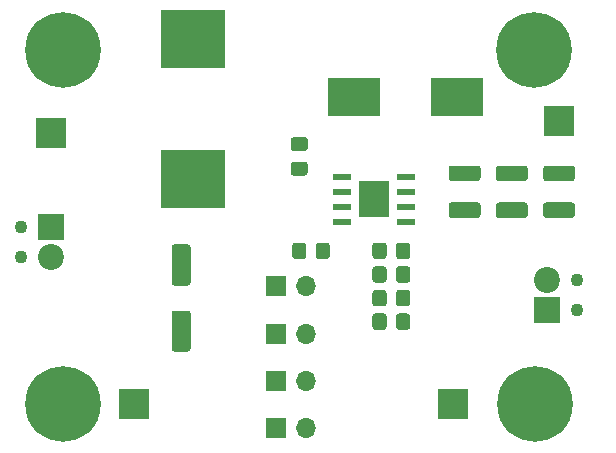
<source format=gts>
G04 #@! TF.GenerationSoftware,KiCad,Pcbnew,(5.1.9)-1*
G04 #@! TF.CreationDate,2021-04-25T19:06:47+03:00*
G04 #@! TF.ProjectId,TPS5430_Board_Rev_1.0,54505335-3433-4305-9f42-6f6172645f52,rev?*
G04 #@! TF.SameCoordinates,Original*
G04 #@! TF.FileFunction,Soldermask,Top*
G04 #@! TF.FilePolarity,Negative*
%FSLAX46Y46*%
G04 Gerber Fmt 4.6, Leading zero omitted, Abs format (unit mm)*
G04 Created by KiCad (PCBNEW (5.1.9)-1) date 2021-04-25 19:06:47*
%MOMM*%
%LPD*%
G01*
G04 APERTURE LIST*
%ADD10R,1.550000X0.600000*%
%ADD11R,2.600000X3.100000*%
%ADD12R,2.500000X2.500000*%
%ADD13R,5.400000X4.900000*%
%ADD14O,1.700000X1.700000*%
%ADD15R,1.700000X1.700000*%
%ADD16C,1.100000*%
%ADD17C,2.200000*%
%ADD18R,2.200000X2.200000*%
%ADD19C,0.800000*%
%ADD20C,6.400000*%
%ADD21R,4.500000X3.300000*%
G04 APERTURE END LIST*
D10*
X94000000Y-115730000D03*
X94000000Y-117000000D03*
X94000000Y-118270000D03*
X94000000Y-119540000D03*
X88600000Y-119540000D03*
X88600000Y-118270000D03*
X88600000Y-117000000D03*
X88600000Y-115730000D03*
D11*
X91300000Y-117635000D03*
D12*
X64000000Y-112000000D03*
X71000000Y-135000000D03*
X98000000Y-135000000D03*
X107000000Y-111000000D03*
G36*
G01*
X93200000Y-128450001D02*
X93200000Y-127549999D01*
G75*
G02*
X93449999Y-127300000I249999J0D01*
G01*
X94150001Y-127300000D01*
G75*
G02*
X94400000Y-127549999I0J-249999D01*
G01*
X94400000Y-128450001D01*
G75*
G02*
X94150001Y-128700000I-249999J0D01*
G01*
X93449999Y-128700000D01*
G75*
G02*
X93200000Y-128450001I0J249999D01*
G01*
G37*
G36*
G01*
X91200000Y-128450001D02*
X91200000Y-127549999D01*
G75*
G02*
X91449999Y-127300000I249999J0D01*
G01*
X92150001Y-127300000D01*
G75*
G02*
X92400000Y-127549999I0J-249999D01*
G01*
X92400000Y-128450001D01*
G75*
G02*
X92150001Y-128700000I-249999J0D01*
G01*
X91449999Y-128700000D01*
G75*
G02*
X91200000Y-128450001I0J249999D01*
G01*
G37*
G36*
G01*
X93200000Y-126450001D02*
X93200000Y-125549999D01*
G75*
G02*
X93449999Y-125300000I249999J0D01*
G01*
X94150001Y-125300000D01*
G75*
G02*
X94400000Y-125549999I0J-249999D01*
G01*
X94400000Y-126450001D01*
G75*
G02*
X94150001Y-126700000I-249999J0D01*
G01*
X93449999Y-126700000D01*
G75*
G02*
X93200000Y-126450001I0J249999D01*
G01*
G37*
G36*
G01*
X91200000Y-126450001D02*
X91200000Y-125549999D01*
G75*
G02*
X91449999Y-125300000I249999J0D01*
G01*
X92150001Y-125300000D01*
G75*
G02*
X92400000Y-125549999I0J-249999D01*
G01*
X92400000Y-126450001D01*
G75*
G02*
X92150001Y-126700000I-249999J0D01*
G01*
X91449999Y-126700000D01*
G75*
G02*
X91200000Y-126450001I0J249999D01*
G01*
G37*
G36*
G01*
X93200000Y-124450001D02*
X93200000Y-123549999D01*
G75*
G02*
X93449999Y-123300000I249999J0D01*
G01*
X94150001Y-123300000D01*
G75*
G02*
X94400000Y-123549999I0J-249999D01*
G01*
X94400000Y-124450001D01*
G75*
G02*
X94150001Y-124700000I-249999J0D01*
G01*
X93449999Y-124700000D01*
G75*
G02*
X93200000Y-124450001I0J249999D01*
G01*
G37*
G36*
G01*
X91200000Y-124450001D02*
X91200000Y-123549999D01*
G75*
G02*
X91449999Y-123300000I249999J0D01*
G01*
X92150001Y-123300000D01*
G75*
G02*
X92400000Y-123549999I0J-249999D01*
G01*
X92400000Y-124450001D01*
G75*
G02*
X92150001Y-124700000I-249999J0D01*
G01*
X91449999Y-124700000D01*
G75*
G02*
X91200000Y-124450001I0J249999D01*
G01*
G37*
G36*
G01*
X93200000Y-122450001D02*
X93200000Y-121549999D01*
G75*
G02*
X93449999Y-121300000I249999J0D01*
G01*
X94150001Y-121300000D01*
G75*
G02*
X94400000Y-121549999I0J-249999D01*
G01*
X94400000Y-122450001D01*
G75*
G02*
X94150001Y-122700000I-249999J0D01*
G01*
X93449999Y-122700000D01*
G75*
G02*
X93200000Y-122450001I0J249999D01*
G01*
G37*
G36*
G01*
X91200000Y-122450001D02*
X91200000Y-121549999D01*
G75*
G02*
X91449999Y-121300000I249999J0D01*
G01*
X92150001Y-121300000D01*
G75*
G02*
X92400000Y-121549999I0J-249999D01*
G01*
X92400000Y-122450001D01*
G75*
G02*
X92150001Y-122700000I-249999J0D01*
G01*
X91449999Y-122700000D01*
G75*
G02*
X91200000Y-122450001I0J249999D01*
G01*
G37*
G36*
G01*
X86400000Y-122450001D02*
X86400000Y-121549999D01*
G75*
G02*
X86649999Y-121300000I249999J0D01*
G01*
X87350001Y-121300000D01*
G75*
G02*
X87600000Y-121549999I0J-249999D01*
G01*
X87600000Y-122450001D01*
G75*
G02*
X87350001Y-122700000I-249999J0D01*
G01*
X86649999Y-122700000D01*
G75*
G02*
X86400000Y-122450001I0J249999D01*
G01*
G37*
G36*
G01*
X84400000Y-122450001D02*
X84400000Y-121549999D01*
G75*
G02*
X84649999Y-121300000I249999J0D01*
G01*
X85350001Y-121300000D01*
G75*
G02*
X85600000Y-121549999I0J-249999D01*
G01*
X85600000Y-122450001D01*
G75*
G02*
X85350001Y-122700000I-249999J0D01*
G01*
X84649999Y-122700000D01*
G75*
G02*
X84400000Y-122450001I0J249999D01*
G01*
G37*
D13*
X76000000Y-115900000D03*
X76000000Y-104100000D03*
D14*
X85540000Y-137000000D03*
D15*
X83000000Y-137000000D03*
D14*
X85540000Y-133000000D03*
D15*
X83000000Y-133000000D03*
D14*
X85540000Y-129000000D03*
D15*
X83000000Y-129000000D03*
D16*
X61460000Y-122540000D03*
D17*
X64000000Y-122540000D03*
D16*
X61460000Y-120000000D03*
D18*
X64000000Y-120000000D03*
D14*
X85540000Y-125000000D03*
D15*
X83000000Y-125000000D03*
D16*
X108540000Y-124460000D03*
D17*
X106000000Y-124460000D03*
D16*
X108540000Y-127000000D03*
D18*
X106000000Y-127000000D03*
D19*
X66697056Y-133302944D03*
X65000000Y-132600000D03*
X63302944Y-133302944D03*
X62600000Y-135000000D03*
X63302944Y-136697056D03*
X65000000Y-137400000D03*
X66697056Y-136697056D03*
X67400000Y-135000000D03*
D20*
X65000000Y-135000000D03*
D19*
X106597056Y-103302944D03*
X104900000Y-102600000D03*
X103202944Y-103302944D03*
X102500000Y-105000000D03*
X103202944Y-106697056D03*
X104900000Y-107400000D03*
X106597056Y-106697056D03*
X107300000Y-105000000D03*
D20*
X104900000Y-105000000D03*
D19*
X106697056Y-133302944D03*
X105000000Y-132600000D03*
X103302944Y-133302944D03*
X102600000Y-135000000D03*
X103302944Y-136697056D03*
X105000000Y-137400000D03*
X106697056Y-136697056D03*
X107400000Y-135000000D03*
D20*
X105000000Y-135000000D03*
D19*
X66697056Y-103302944D03*
X65000000Y-102600000D03*
X63302944Y-103302944D03*
X62600000Y-105000000D03*
X63302944Y-106697056D03*
X65000000Y-107400000D03*
X66697056Y-106697056D03*
X67400000Y-105000000D03*
D20*
X65000000Y-105000000D03*
D21*
X89600000Y-109000000D03*
X98400000Y-109000000D03*
G36*
G01*
X105899997Y-117900000D02*
X108100003Y-117900000D01*
G75*
G02*
X108350000Y-118149997I0J-249997D01*
G01*
X108350000Y-118975003D01*
G75*
G02*
X108100003Y-119225000I-249997J0D01*
G01*
X105899997Y-119225000D01*
G75*
G02*
X105650000Y-118975003I0J249997D01*
G01*
X105650000Y-118149997D01*
G75*
G02*
X105899997Y-117900000I249997J0D01*
G01*
G37*
G36*
G01*
X105899997Y-114775000D02*
X108100003Y-114775000D01*
G75*
G02*
X108350000Y-115024997I0J-249997D01*
G01*
X108350000Y-115850003D01*
G75*
G02*
X108100003Y-116100000I-249997J0D01*
G01*
X105899997Y-116100000D01*
G75*
G02*
X105650000Y-115850003I0J249997D01*
G01*
X105650000Y-115024997D01*
G75*
G02*
X105899997Y-114775000I249997J0D01*
G01*
G37*
G36*
G01*
X74450000Y-127050000D02*
X75550000Y-127050000D01*
G75*
G02*
X75800000Y-127300000I0J-250000D01*
G01*
X75800000Y-130300000D01*
G75*
G02*
X75550000Y-130550000I-250000J0D01*
G01*
X74450000Y-130550000D01*
G75*
G02*
X74200000Y-130300000I0J250000D01*
G01*
X74200000Y-127300000D01*
G75*
G02*
X74450000Y-127050000I250000J0D01*
G01*
G37*
G36*
G01*
X74450000Y-121450000D02*
X75550000Y-121450000D01*
G75*
G02*
X75800000Y-121700000I0J-250000D01*
G01*
X75800000Y-124700000D01*
G75*
G02*
X75550000Y-124950000I-250000J0D01*
G01*
X74450000Y-124950000D01*
G75*
G02*
X74200000Y-124700000I0J250000D01*
G01*
X74200000Y-121700000D01*
G75*
G02*
X74450000Y-121450000I250000J0D01*
G01*
G37*
G36*
G01*
X84525000Y-114450000D02*
X85475000Y-114450000D01*
G75*
G02*
X85725000Y-114700000I0J-250000D01*
G01*
X85725000Y-115375000D01*
G75*
G02*
X85475000Y-115625000I-250000J0D01*
G01*
X84525000Y-115625000D01*
G75*
G02*
X84275000Y-115375000I0J250000D01*
G01*
X84275000Y-114700000D01*
G75*
G02*
X84525000Y-114450000I250000J0D01*
G01*
G37*
G36*
G01*
X84525000Y-112375000D02*
X85475000Y-112375000D01*
G75*
G02*
X85725000Y-112625000I0J-250000D01*
G01*
X85725000Y-113300000D01*
G75*
G02*
X85475000Y-113550000I-250000J0D01*
G01*
X84525000Y-113550000D01*
G75*
G02*
X84275000Y-113300000I0J250000D01*
G01*
X84275000Y-112625000D01*
G75*
G02*
X84525000Y-112375000I250000J0D01*
G01*
G37*
G36*
G01*
X101899997Y-117900000D02*
X104100003Y-117900000D01*
G75*
G02*
X104350000Y-118149997I0J-249997D01*
G01*
X104350000Y-118975003D01*
G75*
G02*
X104100003Y-119225000I-249997J0D01*
G01*
X101899997Y-119225000D01*
G75*
G02*
X101650000Y-118975003I0J249997D01*
G01*
X101650000Y-118149997D01*
G75*
G02*
X101899997Y-117900000I249997J0D01*
G01*
G37*
G36*
G01*
X101899997Y-114775000D02*
X104100003Y-114775000D01*
G75*
G02*
X104350000Y-115024997I0J-249997D01*
G01*
X104350000Y-115850003D01*
G75*
G02*
X104100003Y-116100000I-249997J0D01*
G01*
X101899997Y-116100000D01*
G75*
G02*
X101650000Y-115850003I0J249997D01*
G01*
X101650000Y-115024997D01*
G75*
G02*
X101899997Y-114775000I249997J0D01*
G01*
G37*
G36*
G01*
X97899997Y-117900000D02*
X100100003Y-117900000D01*
G75*
G02*
X100350000Y-118149997I0J-249997D01*
G01*
X100350000Y-118975003D01*
G75*
G02*
X100100003Y-119225000I-249997J0D01*
G01*
X97899997Y-119225000D01*
G75*
G02*
X97650000Y-118975003I0J249997D01*
G01*
X97650000Y-118149997D01*
G75*
G02*
X97899997Y-117900000I249997J0D01*
G01*
G37*
G36*
G01*
X97899997Y-114775000D02*
X100100003Y-114775000D01*
G75*
G02*
X100350000Y-115024997I0J-249997D01*
G01*
X100350000Y-115850003D01*
G75*
G02*
X100100003Y-116100000I-249997J0D01*
G01*
X97899997Y-116100000D01*
G75*
G02*
X97650000Y-115850003I0J249997D01*
G01*
X97650000Y-115024997D01*
G75*
G02*
X97899997Y-114775000I249997J0D01*
G01*
G37*
M02*

</source>
